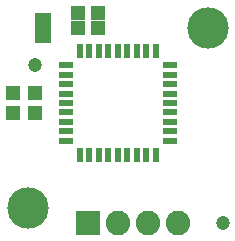
<source format=gbr>
G04 EAGLE Gerber RS-274X export*
G75*
%MOMM*%
%FSLAX34Y34*%
%LPD*%
%INSoldermask Top*%
%IPPOS*%
%AMOC8*
5,1,8,0,0,1.08239X$1,22.5*%
G01*
%ADD10R,1.203200X0.623200*%
%ADD11R,0.623200X1.203200*%
%ADD12R,1.473200X0.838200*%
%ADD13R,2.082800X2.082800*%
%ADD14C,2.082800*%
%ADD15R,1.203200X1.303200*%
%ADD16R,1.303200X1.203200*%
%ADD17C,1.203200*%
%ADD18C,3.505200*%


D10*
X57600Y114300D03*
X57600Y122300D03*
X57600Y130300D03*
X57600Y138300D03*
X57600Y146300D03*
X57600Y106300D03*
X57600Y98300D03*
X57600Y90300D03*
X57600Y82300D03*
D11*
X101600Y70300D03*
X93600Y70300D03*
X85600Y70300D03*
X77600Y70300D03*
X69600Y70300D03*
X109600Y70300D03*
X117600Y70300D03*
X125600Y70300D03*
X133600Y70300D03*
D10*
X145600Y114300D03*
X145600Y106300D03*
X145600Y98300D03*
X145600Y90300D03*
X145600Y82300D03*
X145600Y122300D03*
X145600Y130300D03*
X145600Y138300D03*
X145600Y146300D03*
D11*
X101600Y158300D03*
X109600Y158300D03*
X117600Y158300D03*
X125600Y158300D03*
X133600Y158300D03*
X93600Y158300D03*
X85600Y158300D03*
X77600Y158300D03*
X69600Y158300D03*
D12*
X38100Y169672D03*
X38100Y177800D03*
X38100Y185928D03*
D13*
X76200Y12700D03*
D14*
X101600Y12700D03*
X127000Y12700D03*
X152400Y12700D03*
D15*
X31750Y122800D03*
X31750Y105800D03*
X12700Y122800D03*
X12700Y105800D03*
D16*
X84700Y190500D03*
X67700Y190500D03*
X84700Y177800D03*
X67700Y177800D03*
D17*
X190500Y12700D03*
X31750Y146050D03*
D18*
X177800Y177800D03*
X25400Y25400D03*
M02*

</source>
